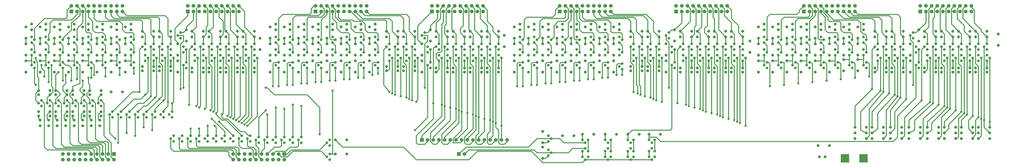
<source format=gbl>
G75*
G70*
%OFA0B0*%
%FSLAX24Y24*%
%IPPOS*%
%LPD*%
%AMOC8*
5,1,8,0,0,1.08239X$1,22.5*
%
%ADD10R,0.1500X0.1500*%
%ADD11C,0.0515*%
%ADD12C,0.0476*%
%ADD13R,0.0650X0.0650*%
%ADD14C,0.0650*%
%ADD15C,0.0160*%
%ADD16C,0.0400*%
D10*
X145517Y004375D03*
X148767Y004375D03*
D11*
X142017Y004625D03*
X141017Y004625D03*
X140767Y006625D03*
X142767Y006625D03*
X147267Y007875D03*
X149267Y007875D03*
X150267Y007875D03*
X152267Y007875D03*
X153517Y007875D03*
X155517Y007875D03*
X156767Y007875D03*
X158767Y007875D03*
X160017Y007875D03*
X162017Y007875D03*
X163017Y007875D03*
X165017Y007875D03*
X166017Y007875D03*
X168017Y007875D03*
X169017Y007875D03*
X171017Y007875D03*
X171017Y008875D03*
X169017Y008875D03*
X168017Y008875D03*
X166017Y008875D03*
X165017Y008875D03*
X165017Y009875D03*
X166017Y009875D03*
X168017Y009875D03*
X169017Y009875D03*
X171017Y009875D03*
X163017Y009875D03*
X162017Y009875D03*
X160017Y009875D03*
X158767Y009875D03*
X156767Y009875D03*
X155517Y009875D03*
X153517Y009875D03*
X152267Y009875D03*
X150267Y009875D03*
X149267Y009875D03*
X149267Y008875D03*
X150267Y008875D03*
X152267Y008875D03*
X153517Y008875D03*
X155517Y008875D03*
X156767Y008875D03*
X158767Y008875D03*
X160017Y008875D03*
X162017Y008875D03*
X163017Y008875D03*
X147267Y008875D03*
X147267Y009875D03*
X113017Y008625D03*
X111017Y008625D03*
X109267Y008625D03*
X107267Y008625D03*
X105267Y008625D03*
X103267Y008625D03*
X101267Y008625D03*
X099267Y008625D03*
X097767Y008375D03*
X095767Y008375D03*
X092267Y009125D03*
X092267Y007125D03*
X092267Y006375D03*
X092267Y004375D03*
X057767Y005125D03*
X055767Y005125D03*
X055767Y007625D03*
X057767Y007625D03*
X018267Y016125D03*
X016267Y016125D03*
X014517Y016375D03*
X012517Y016375D03*
X011517Y016375D03*
X009517Y016375D03*
X008517Y016375D03*
X006517Y016375D03*
X005517Y016375D03*
X003517Y016375D03*
X003517Y015625D03*
X005517Y015625D03*
X006517Y015625D03*
X008517Y015625D03*
X009517Y015625D03*
X011517Y015625D03*
X012517Y015625D03*
X014517Y015625D03*
X014517Y012625D03*
X012517Y012625D03*
X011517Y012625D03*
X009517Y012625D03*
X008517Y012625D03*
X006517Y012625D03*
X005517Y012625D03*
X003517Y012625D03*
X003517Y011875D03*
X005517Y011875D03*
X006517Y011875D03*
X008517Y011875D03*
X009517Y011875D03*
X011517Y011875D03*
X012517Y011875D03*
X014517Y011875D03*
X014267Y011125D03*
X012767Y011125D03*
X011267Y011125D03*
X009767Y011125D03*
X008267Y011125D03*
X006767Y011125D03*
X005267Y011125D03*
X003767Y011125D03*
X003767Y010125D03*
X005267Y010125D03*
X006767Y010125D03*
X008267Y010125D03*
X009767Y010125D03*
X011267Y010125D03*
X012767Y010125D03*
X014267Y010125D03*
X013767Y019625D03*
X011267Y019625D03*
X008767Y019625D03*
X006267Y019625D03*
X003767Y019625D03*
X001267Y019625D03*
X001267Y021625D03*
X003767Y021625D03*
X006267Y021625D03*
X008767Y021625D03*
X011267Y021625D03*
X013767Y021625D03*
X016267Y021625D03*
X018767Y021625D03*
X021767Y020625D03*
X023767Y020625D03*
X024767Y020625D03*
X026767Y020625D03*
X028017Y021625D03*
X028017Y022625D03*
X018767Y022625D03*
X016267Y022625D03*
X013767Y022625D03*
X011267Y022625D03*
X008767Y022625D03*
X006267Y022625D03*
X003767Y022625D03*
X001267Y022625D03*
X001267Y024625D03*
X003767Y024625D03*
X006267Y024625D03*
X008767Y024625D03*
X011267Y024625D03*
X013767Y024625D03*
X016267Y024625D03*
X018767Y024625D03*
X018767Y025625D03*
X016267Y025625D03*
X013767Y025625D03*
X011267Y025625D03*
X008767Y025625D03*
X006267Y025625D03*
X003767Y025625D03*
X001267Y025625D03*
X002267Y027125D03*
X001267Y027625D03*
X002267Y028125D03*
X004767Y028125D03*
X003767Y027625D03*
X004767Y027125D03*
X006267Y027625D03*
X007267Y027125D03*
X008767Y027625D03*
X009767Y027125D03*
X011267Y027625D03*
X012267Y027125D03*
X013767Y027625D03*
X014767Y027125D03*
X016267Y027625D03*
X017267Y027125D03*
X018767Y027625D03*
X019767Y027125D03*
X021767Y026875D03*
X023767Y026875D03*
X024767Y026875D03*
X026767Y026875D03*
X029517Y027125D03*
X030517Y026875D03*
X032517Y026875D03*
X033517Y026875D03*
X035517Y026875D03*
X036517Y026875D03*
X038517Y026875D03*
X039517Y026875D03*
X041517Y026875D03*
X044267Y027625D03*
X045267Y027125D03*
X046767Y027625D03*
X047767Y027125D03*
X049267Y027625D03*
X050267Y027125D03*
X051767Y027625D03*
X052767Y027125D03*
X054267Y027625D03*
X055267Y027125D03*
X056767Y027625D03*
X057767Y027125D03*
X059267Y027625D03*
X060267Y027125D03*
X061767Y027625D03*
X062767Y027125D03*
X064767Y026875D03*
X066767Y026875D03*
X067767Y026875D03*
X069767Y026875D03*
X072517Y027125D03*
X073517Y026875D03*
X075517Y026875D03*
X076517Y026875D03*
X078517Y026875D03*
X079517Y026875D03*
X081517Y026875D03*
X082517Y026875D03*
X084517Y026875D03*
X085517Y026125D03*
X084517Y025875D03*
X082517Y025875D03*
X081517Y025875D03*
X079517Y025875D03*
X078517Y025875D03*
X076517Y025875D03*
X075517Y025875D03*
X073517Y025875D03*
X072517Y025125D03*
X071017Y024625D03*
X069767Y025875D03*
X067767Y025875D03*
X066767Y025875D03*
X064767Y025875D03*
X061767Y025625D03*
X059267Y025625D03*
X056767Y025625D03*
X054267Y025625D03*
X051767Y025625D03*
X049267Y025625D03*
X046767Y025625D03*
X044267Y025625D03*
X042517Y025625D03*
X041517Y025875D03*
X039517Y025875D03*
X038517Y025875D03*
X036517Y025875D03*
X035517Y025875D03*
X033517Y025875D03*
X032517Y025875D03*
X030517Y025875D03*
X029517Y025125D03*
X028017Y024625D03*
X026767Y025875D03*
X024767Y025875D03*
X023767Y025875D03*
X021767Y025875D03*
X019767Y028125D03*
X017267Y028125D03*
X014767Y028125D03*
X012267Y028125D03*
X009767Y028125D03*
X007267Y028125D03*
X042517Y023625D03*
X044267Y022625D03*
X046767Y022625D03*
X049267Y022625D03*
X051767Y022625D03*
X054267Y022625D03*
X056767Y022625D03*
X059267Y022625D03*
X061767Y022625D03*
X061767Y021625D03*
X059267Y021625D03*
X056767Y021625D03*
X054267Y021625D03*
X051767Y021625D03*
X049267Y021625D03*
X046767Y021625D03*
X044267Y021625D03*
X041517Y020375D03*
X039517Y020375D03*
X038517Y020375D03*
X036517Y020375D03*
X035517Y020375D03*
X033517Y020375D03*
X032517Y020375D03*
X030517Y020375D03*
X030517Y019625D03*
X032517Y019625D03*
X033517Y019625D03*
X035517Y019625D03*
X036517Y019625D03*
X038517Y019625D03*
X039517Y019625D03*
X041517Y019625D03*
X044267Y019625D03*
X046767Y019625D03*
X049267Y019625D03*
X051767Y019625D03*
X054267Y019625D03*
X056767Y019625D03*
X059267Y019625D03*
X061767Y019625D03*
X064767Y019875D03*
X066767Y019875D03*
X067767Y019875D03*
X069767Y019875D03*
X071017Y019625D03*
X073517Y019625D03*
X073517Y020375D03*
X075517Y020375D03*
X076517Y020375D03*
X078517Y020375D03*
X079517Y020375D03*
X081517Y020375D03*
X082517Y020375D03*
X084517Y020375D03*
X084517Y019625D03*
X082517Y019625D03*
X081517Y019625D03*
X079517Y019625D03*
X078517Y019625D03*
X076517Y019625D03*
X075517Y019625D03*
X069767Y020625D03*
X067767Y020625D03*
X066767Y020625D03*
X064767Y020625D03*
X071017Y021625D03*
X071017Y022625D03*
X061767Y024625D03*
X059267Y024625D03*
X056767Y024625D03*
X054267Y024625D03*
X051767Y024625D03*
X049267Y024625D03*
X046767Y024625D03*
X044267Y024625D03*
X045267Y028125D03*
X047767Y028125D03*
X050267Y028125D03*
X052767Y028125D03*
X055267Y028125D03*
X057767Y028125D03*
X060267Y028125D03*
X062767Y028125D03*
X085517Y024125D03*
X087267Y024625D03*
X089767Y024625D03*
X092267Y024625D03*
X094767Y024625D03*
X097267Y024625D03*
X099767Y024625D03*
X102267Y024625D03*
X104767Y024625D03*
X104767Y025625D03*
X102267Y025625D03*
X099767Y025625D03*
X097267Y025625D03*
X094767Y025625D03*
X092267Y025625D03*
X089767Y025625D03*
X087267Y025625D03*
X088267Y027125D03*
X087267Y027625D03*
X088267Y028125D03*
X090767Y028125D03*
X089767Y027625D03*
X090767Y027125D03*
X092267Y027625D03*
X093267Y027125D03*
X094767Y027625D03*
X095767Y027125D03*
X097267Y027625D03*
X098267Y027125D03*
X099767Y027625D03*
X100767Y027125D03*
X102267Y027625D03*
X103267Y027125D03*
X104767Y027625D03*
X105767Y027125D03*
X107767Y026875D03*
X109767Y026875D03*
X110767Y026875D03*
X112767Y026875D03*
X115517Y027125D03*
X116517Y026875D03*
X118517Y026875D03*
X119517Y026875D03*
X121517Y026875D03*
X122517Y026875D03*
X124517Y026875D03*
X125517Y026875D03*
X127517Y026875D03*
X130267Y027625D03*
X131267Y027125D03*
X132767Y027625D03*
X133767Y027125D03*
X135267Y027625D03*
X136267Y027125D03*
X137767Y027625D03*
X138767Y027125D03*
X140267Y027625D03*
X141267Y027125D03*
X142767Y027625D03*
X143767Y027125D03*
X145267Y027625D03*
X146267Y027125D03*
X147767Y027625D03*
X148767Y027125D03*
X150767Y026875D03*
X152767Y026875D03*
X153767Y026875D03*
X155767Y026875D03*
X158517Y027125D03*
X159517Y026875D03*
X161517Y026875D03*
X162517Y026875D03*
X164517Y026875D03*
X165517Y026875D03*
X167517Y026875D03*
X168517Y026875D03*
X170517Y026875D03*
X172517Y026375D03*
X170517Y025875D03*
X168517Y025875D03*
X167517Y025875D03*
X165517Y025875D03*
X164517Y025875D03*
X162517Y025875D03*
X161517Y025875D03*
X159517Y025875D03*
X158517Y025125D03*
X157017Y024625D03*
X155767Y025875D03*
X153767Y025875D03*
X152767Y025875D03*
X150767Y025875D03*
X147767Y025625D03*
X145267Y025625D03*
X142767Y025625D03*
X140267Y025625D03*
X137767Y025625D03*
X135267Y025625D03*
X132767Y025625D03*
X130267Y025625D03*
X128767Y025125D03*
X130267Y024625D03*
X132767Y024625D03*
X135267Y024625D03*
X137767Y024625D03*
X140267Y024625D03*
X142767Y024625D03*
X145267Y024625D03*
X147767Y024625D03*
X147767Y022625D03*
X147767Y021875D03*
X145267Y021875D03*
X142767Y021625D03*
X140267Y021625D03*
X137767Y021625D03*
X135267Y021625D03*
X132767Y021625D03*
X130267Y021625D03*
X130267Y022625D03*
X132767Y022625D03*
X135267Y022625D03*
X137767Y022625D03*
X140267Y022625D03*
X142767Y022625D03*
X145267Y022625D03*
X150767Y020375D03*
X150767Y019625D03*
X147767Y019875D03*
X145267Y019875D03*
X142767Y019625D03*
X140267Y019625D03*
X137767Y019625D03*
X135267Y019625D03*
X132767Y019625D03*
X130267Y019625D03*
X127517Y019625D03*
X125517Y019625D03*
X124517Y019625D03*
X122517Y019625D03*
X121517Y019625D03*
X119517Y019625D03*
X118517Y019625D03*
X116517Y019625D03*
X114017Y019625D03*
X112767Y019875D03*
X110767Y019875D03*
X109767Y019875D03*
X107767Y019875D03*
X104767Y019625D03*
X102267Y019625D03*
X099767Y019625D03*
X097267Y019625D03*
X094767Y019625D03*
X092267Y019625D03*
X089767Y019625D03*
X087267Y019625D03*
X087267Y021625D03*
X089767Y021625D03*
X092267Y021625D03*
X094767Y021625D03*
X097267Y021625D03*
X099767Y021625D03*
X102267Y021625D03*
X104767Y021625D03*
X107767Y020625D03*
X109767Y020625D03*
X110767Y020625D03*
X112767Y020625D03*
X114017Y021625D03*
X114017Y022625D03*
X114017Y024625D03*
X115517Y025125D03*
X116517Y025875D03*
X118517Y025875D03*
X119517Y025875D03*
X121517Y025875D03*
X122517Y025875D03*
X124517Y025875D03*
X125517Y025875D03*
X127517Y025875D03*
X128767Y023125D03*
X127517Y020375D03*
X125517Y020375D03*
X124517Y020375D03*
X122517Y020375D03*
X121517Y020375D03*
X119517Y020375D03*
X118517Y020375D03*
X116517Y020375D03*
X104767Y022625D03*
X102267Y022625D03*
X099767Y022625D03*
X097267Y022625D03*
X094767Y022625D03*
X092267Y022625D03*
X089767Y022625D03*
X087267Y022625D03*
X107767Y025875D03*
X109767Y025875D03*
X110767Y025875D03*
X112767Y025875D03*
X105767Y028125D03*
X103267Y028125D03*
X100767Y028125D03*
X098267Y028125D03*
X095767Y028125D03*
X093267Y028125D03*
X131267Y028125D03*
X133767Y028125D03*
X136267Y028125D03*
X138767Y028125D03*
X141267Y028125D03*
X143767Y028125D03*
X146267Y028125D03*
X148767Y028125D03*
X172517Y024375D03*
X157017Y022625D03*
X157017Y021625D03*
X155767Y020375D03*
X153767Y020375D03*
X152767Y020375D03*
X152767Y019625D03*
X153767Y019625D03*
X155767Y019625D03*
X157017Y019625D03*
X159517Y019625D03*
X159517Y020375D03*
X161517Y020375D03*
X162517Y020375D03*
X164517Y020375D03*
X165517Y020375D03*
X167517Y020375D03*
X168517Y020375D03*
X170517Y020375D03*
X170517Y019625D03*
X168517Y019625D03*
X167517Y019625D03*
X165517Y019625D03*
X164517Y019625D03*
X162517Y019625D03*
X161517Y019625D03*
X028017Y019625D03*
X026767Y019875D03*
X024767Y019875D03*
X023767Y019875D03*
X021767Y019875D03*
X018767Y019625D03*
X016267Y019625D03*
D12*
X015267Y020375D03*
X014767Y020875D03*
X012767Y020375D03*
X012267Y020875D03*
X010267Y020375D03*
X009767Y020875D03*
X007767Y020375D03*
X007267Y020875D03*
X005267Y020375D03*
X004767Y020875D03*
X002767Y020375D03*
X002267Y020875D03*
X002767Y021375D03*
X005267Y021375D03*
X007767Y021375D03*
X010267Y021375D03*
X012767Y021375D03*
X015267Y021375D03*
X017267Y020875D03*
X017767Y020375D03*
X019767Y020875D03*
X020267Y020375D03*
X020267Y021375D03*
X022267Y021625D03*
X023767Y021625D03*
X025267Y021625D03*
X026767Y021625D03*
X029517Y021375D03*
X031017Y021625D03*
X032517Y021625D03*
X034017Y021625D03*
X035517Y021625D03*
X037017Y021625D03*
X038517Y021625D03*
X040017Y021625D03*
X041517Y021625D03*
X042017Y022125D03*
X041517Y022625D03*
X040517Y022125D03*
X040017Y022625D03*
X039017Y022125D03*
X038517Y022625D03*
X037517Y022125D03*
X037017Y022625D03*
X036017Y022125D03*
X035517Y022625D03*
X034517Y022125D03*
X034017Y022625D03*
X033017Y022125D03*
X032517Y022625D03*
X031517Y022125D03*
X031017Y022625D03*
X029017Y023125D03*
X029517Y023625D03*
X029017Y024125D03*
X030517Y024125D03*
X031017Y023625D03*
X032017Y024125D03*
X032517Y023625D03*
X033517Y024125D03*
X034017Y023625D03*
X035017Y024125D03*
X035517Y023625D03*
X036517Y024125D03*
X037017Y023625D03*
X038017Y024125D03*
X038517Y023625D03*
X039517Y024125D03*
X040017Y023625D03*
X041017Y024125D03*
X041517Y023625D03*
X045267Y023625D03*
X045767Y023125D03*
X047767Y023625D03*
X048267Y023125D03*
X050267Y023625D03*
X050767Y023125D03*
X050267Y022625D03*
X047767Y022625D03*
X045267Y022625D03*
X045767Y021375D03*
X048267Y021375D03*
X050767Y021375D03*
X050267Y020875D03*
X050767Y020375D03*
X048267Y020375D03*
X047767Y020875D03*
X045767Y020375D03*
X045267Y020875D03*
X052767Y020875D03*
X053267Y020375D03*
X055267Y020875D03*
X055767Y020375D03*
X057767Y020875D03*
X058267Y020375D03*
X060267Y020875D03*
X060767Y020375D03*
X062767Y020875D03*
X063267Y020375D03*
X063267Y021375D03*
X065267Y021625D03*
X066767Y021625D03*
X068267Y021625D03*
X069767Y021625D03*
X070267Y022125D03*
X069767Y022625D03*
X068767Y022125D03*
X068267Y022625D03*
X067267Y022125D03*
X066767Y022625D03*
X065767Y022125D03*
X065267Y022625D03*
X063267Y023125D03*
X062767Y023625D03*
X064767Y024125D03*
X065267Y023625D03*
X066267Y024125D03*
X066767Y023625D03*
X067767Y024125D03*
X068267Y023625D03*
X069267Y024125D03*
X069767Y023625D03*
X072017Y023125D03*
X072517Y023625D03*
X072017Y024125D03*
X073517Y024125D03*
X074017Y023625D03*
X075017Y024125D03*
X075517Y023625D03*
X076517Y024125D03*
X077017Y023625D03*
X078017Y024125D03*
X078517Y023625D03*
X079517Y024125D03*
X080017Y023625D03*
X081017Y024125D03*
X081517Y023625D03*
X082517Y024125D03*
X083017Y023625D03*
X084017Y024125D03*
X084517Y023625D03*
X088267Y023625D03*
X088767Y023125D03*
X090767Y023625D03*
X091267Y023125D03*
X093267Y023625D03*
X093767Y023125D03*
X095767Y023625D03*
X096267Y023125D03*
X095767Y022625D03*
X093267Y022625D03*
X090767Y022625D03*
X088267Y022625D03*
X085017Y022125D03*
X084517Y022625D03*
X083517Y022125D03*
X083017Y022625D03*
X082017Y022125D03*
X081517Y022625D03*
X080517Y022125D03*
X080017Y022625D03*
X079017Y022125D03*
X078517Y022625D03*
X077517Y022125D03*
X077017Y022625D03*
X076017Y022125D03*
X075517Y022625D03*
X074517Y022125D03*
X074017Y022625D03*
X074017Y021625D03*
X075517Y021625D03*
X077017Y021625D03*
X078517Y021625D03*
X080017Y021625D03*
X081517Y021625D03*
X083017Y021625D03*
X084517Y021625D03*
X088267Y020875D03*
X088767Y020375D03*
X090767Y020875D03*
X091267Y020375D03*
X093267Y020875D03*
X093767Y020375D03*
X095767Y020875D03*
X096267Y020375D03*
X098267Y020875D03*
X098767Y020375D03*
X100767Y020875D03*
X101267Y020375D03*
X103267Y020875D03*
X103767Y020375D03*
X105767Y020625D03*
X106267Y021125D03*
X108267Y021625D03*
X109767Y021625D03*
X111267Y021625D03*
X112767Y021625D03*
X115517Y021375D03*
X117017Y021625D03*
X118517Y021625D03*
X120017Y021625D03*
X121517Y021625D03*
X123017Y021625D03*
X124517Y021625D03*
X126017Y021625D03*
X127517Y021625D03*
X128017Y022125D03*
X127517Y022625D03*
X126517Y022125D03*
X126017Y022625D03*
X125017Y022125D03*
X124517Y022625D03*
X123517Y022125D03*
X123017Y022625D03*
X122017Y022125D03*
X121517Y022625D03*
X120517Y022125D03*
X120017Y022625D03*
X119017Y022125D03*
X118517Y022625D03*
X117517Y022125D03*
X117017Y022625D03*
X115017Y023125D03*
X115517Y023625D03*
X115017Y024125D03*
X116517Y024125D03*
X117017Y023625D03*
X118017Y024125D03*
X118517Y023625D03*
X119517Y024125D03*
X120017Y023625D03*
X121017Y024125D03*
X121517Y023625D03*
X122517Y024125D03*
X123017Y023625D03*
X124017Y024125D03*
X124517Y023625D03*
X125517Y024125D03*
X126017Y023625D03*
X127017Y024125D03*
X127517Y023625D03*
X131267Y023625D03*
X131767Y023125D03*
X133767Y023625D03*
X134267Y023125D03*
X136267Y023625D03*
X136767Y023125D03*
X136267Y022625D03*
X133767Y022625D03*
X131267Y022625D03*
X131767Y021375D03*
X134267Y021375D03*
X136767Y021375D03*
X136267Y020875D03*
X136767Y020375D03*
X134267Y020375D03*
X133767Y020875D03*
X131767Y020375D03*
X131267Y020875D03*
X138767Y020875D03*
X139267Y020375D03*
X141267Y020875D03*
X141767Y020375D03*
X143767Y020875D03*
X144267Y020375D03*
X146267Y020875D03*
X146767Y020375D03*
X148767Y020875D03*
X149267Y020375D03*
X149267Y021375D03*
X151267Y021625D03*
X152767Y021625D03*
X154267Y021625D03*
X155767Y021625D03*
X156267Y022125D03*
X155767Y022625D03*
X154767Y022125D03*
X154267Y022625D03*
X153267Y022125D03*
X152767Y022625D03*
X151767Y022125D03*
X151267Y022625D03*
X149267Y023125D03*
X148767Y023625D03*
X150767Y024125D03*
X151267Y023625D03*
X152267Y024125D03*
X152767Y023625D03*
X153767Y024125D03*
X154267Y023625D03*
X155267Y024125D03*
X155767Y023625D03*
X158017Y023125D03*
X158517Y023625D03*
X158017Y024125D03*
X159517Y024125D03*
X160017Y023625D03*
X161017Y024125D03*
X161517Y023625D03*
X162517Y024125D03*
X163017Y023625D03*
X164017Y024125D03*
X164517Y023625D03*
X165517Y024125D03*
X166017Y023625D03*
X167017Y024125D03*
X167517Y023625D03*
X168517Y024125D03*
X169017Y023625D03*
X170017Y024125D03*
X170517Y023625D03*
X170517Y022625D03*
X171017Y022125D03*
X169517Y022125D03*
X169017Y022625D03*
X168017Y022125D03*
X167517Y022625D03*
X166517Y022125D03*
X166017Y022625D03*
X165017Y022125D03*
X164517Y022625D03*
X163517Y022125D03*
X163017Y022625D03*
X162017Y022125D03*
X161517Y022625D03*
X160517Y022125D03*
X160017Y022625D03*
X160017Y021625D03*
X161517Y021625D03*
X163017Y021625D03*
X164517Y021625D03*
X166017Y021625D03*
X167517Y021625D03*
X169017Y021625D03*
X170517Y021625D03*
X158517Y021375D03*
X158017Y020875D03*
X158517Y020375D03*
X148767Y022625D03*
X146267Y022625D03*
X146767Y023125D03*
X146267Y023625D03*
X144267Y023125D03*
X143767Y023625D03*
X141767Y023125D03*
X141267Y023625D03*
X139267Y023125D03*
X138767Y023625D03*
X138767Y022625D03*
X141267Y022625D03*
X143767Y022625D03*
X144267Y021375D03*
X146767Y021375D03*
X141767Y021375D03*
X139267Y021375D03*
X127517Y024625D03*
X126017Y024625D03*
X124517Y024625D03*
X123017Y024625D03*
X121517Y024625D03*
X120017Y024625D03*
X118517Y024625D03*
X117017Y024625D03*
X112767Y024625D03*
X111267Y024625D03*
X109767Y024625D03*
X108267Y024625D03*
X105767Y024875D03*
X106267Y025375D03*
X105767Y025875D03*
X103767Y025375D03*
X103267Y024875D03*
X101267Y025375D03*
X100767Y024875D03*
X098767Y025375D03*
X098267Y024875D03*
X098267Y025875D03*
X100767Y025875D03*
X103267Y025875D03*
X096267Y025375D03*
X095767Y024875D03*
X093767Y025375D03*
X093267Y024875D03*
X091267Y025375D03*
X090767Y024875D03*
X088767Y025375D03*
X088267Y024875D03*
X088267Y025875D03*
X090767Y025875D03*
X093267Y025875D03*
X095767Y025875D03*
X098267Y023625D03*
X098767Y023125D03*
X100767Y023625D03*
X101267Y023125D03*
X103267Y023625D03*
X103767Y023125D03*
X105767Y023625D03*
X106267Y023125D03*
X108267Y023625D03*
X107767Y024125D03*
X109267Y024125D03*
X109767Y023625D03*
X110767Y024125D03*
X111267Y023625D03*
X112267Y024125D03*
X112767Y023625D03*
X112767Y022625D03*
X113267Y022125D03*
X111767Y022125D03*
X111267Y022625D03*
X110267Y022125D03*
X109767Y022625D03*
X108767Y022125D03*
X108267Y022625D03*
X105767Y022625D03*
X103267Y022625D03*
X100767Y022625D03*
X098267Y022625D03*
X098767Y021375D03*
X101267Y021375D03*
X103767Y021375D03*
X106267Y020125D03*
X115017Y020875D03*
X115517Y020375D03*
X096267Y021375D03*
X093767Y021375D03*
X091267Y021375D03*
X088767Y021375D03*
X084517Y024625D03*
X083017Y024625D03*
X081517Y024625D03*
X080017Y024625D03*
X078517Y024625D03*
X077017Y024625D03*
X075517Y024625D03*
X074017Y024625D03*
X071517Y025625D03*
X071017Y026125D03*
X071517Y026625D03*
X063267Y025375D03*
X062767Y024875D03*
X060767Y025375D03*
X060267Y024875D03*
X058267Y025375D03*
X057767Y024875D03*
X055767Y025375D03*
X055267Y024875D03*
X053267Y025375D03*
X052767Y024875D03*
X052767Y025875D03*
X055267Y025875D03*
X057767Y025875D03*
X060267Y025875D03*
X062767Y025875D03*
X065267Y024625D03*
X066767Y024625D03*
X068267Y024625D03*
X069767Y024625D03*
X060767Y023125D03*
X060267Y023625D03*
X058267Y023125D03*
X057767Y023625D03*
X055767Y023125D03*
X055267Y023625D03*
X053267Y023125D03*
X052767Y023625D03*
X052767Y022625D03*
X055267Y022625D03*
X057767Y022625D03*
X060267Y022625D03*
X062767Y022625D03*
X060767Y021375D03*
X058267Y021375D03*
X055767Y021375D03*
X053267Y021375D03*
X041517Y024625D03*
X040017Y024625D03*
X038517Y024625D03*
X037017Y024625D03*
X035517Y024625D03*
X034017Y024625D03*
X032517Y024625D03*
X031017Y024625D03*
X026767Y024625D03*
X025267Y024625D03*
X023767Y024625D03*
X022267Y024625D03*
X019767Y024875D03*
X020267Y025375D03*
X019767Y025875D03*
X017767Y025375D03*
X017267Y024875D03*
X015267Y025375D03*
X014767Y024875D03*
X012767Y025375D03*
X012267Y024875D03*
X010267Y025375D03*
X009767Y024875D03*
X007767Y025375D03*
X007267Y024875D03*
X005267Y025375D03*
X004767Y024875D03*
X002767Y025375D03*
X002267Y024875D03*
X002267Y025875D03*
X004767Y025875D03*
X007267Y025875D03*
X009767Y025875D03*
X012267Y025875D03*
X014767Y025875D03*
X017267Y025875D03*
X021767Y024125D03*
X022267Y023625D03*
X023267Y024125D03*
X023767Y023625D03*
X024767Y024125D03*
X025267Y023625D03*
X026267Y024125D03*
X026767Y023625D03*
X026767Y022625D03*
X027267Y022125D03*
X025767Y022125D03*
X025267Y022625D03*
X024267Y022125D03*
X023767Y022625D03*
X022767Y022125D03*
X022267Y022625D03*
X019767Y022625D03*
X020267Y023125D03*
X019767Y023625D03*
X017767Y023125D03*
X017267Y023625D03*
X015267Y023125D03*
X014767Y023625D03*
X012767Y023125D03*
X012267Y023625D03*
X010267Y023125D03*
X009767Y023625D03*
X007767Y023125D03*
X007267Y023625D03*
X005267Y023125D03*
X004767Y023625D03*
X002767Y023125D03*
X002267Y023625D03*
X002267Y022625D03*
X004767Y022625D03*
X007267Y022625D03*
X009767Y022625D03*
X012267Y022625D03*
X014767Y022625D03*
X017267Y022625D03*
X017767Y021375D03*
X029017Y020875D03*
X029517Y020375D03*
X045267Y024875D03*
X045767Y025375D03*
X045267Y025875D03*
X047767Y025875D03*
X048267Y025375D03*
X047767Y024875D03*
X050267Y024875D03*
X050767Y025375D03*
X050267Y025875D03*
X028517Y025625D03*
X028017Y026125D03*
X028517Y026625D03*
X072017Y020875D03*
X072517Y020375D03*
X072517Y021375D03*
X114017Y026125D03*
X114517Y025625D03*
X114517Y026625D03*
X131267Y025875D03*
X131767Y025375D03*
X131267Y024875D03*
X133767Y024875D03*
X134267Y025375D03*
X133767Y025875D03*
X136267Y025875D03*
X136767Y025375D03*
X136267Y024875D03*
X138767Y024875D03*
X139267Y025375D03*
X138767Y025875D03*
X141267Y025875D03*
X141767Y025375D03*
X141267Y024875D03*
X143767Y024875D03*
X144267Y025375D03*
X143767Y025875D03*
X146267Y025875D03*
X146767Y025375D03*
X146267Y024875D03*
X148767Y024875D03*
X149267Y025375D03*
X148767Y025875D03*
X151267Y024625D03*
X152767Y024625D03*
X154267Y024625D03*
X155767Y024625D03*
X157517Y025625D03*
X157017Y026125D03*
X157517Y026625D03*
X160017Y024625D03*
X161517Y024625D03*
X163017Y024625D03*
X164517Y024625D03*
X166017Y024625D03*
X167517Y024625D03*
X169017Y024625D03*
X170517Y024625D03*
X093267Y008375D03*
X093767Y007875D03*
X093267Y007375D03*
X099267Y007625D03*
X099767Y007125D03*
X100267Y007625D03*
X103267Y007625D03*
X103767Y007125D03*
X104267Y007625D03*
X107267Y007625D03*
X107767Y007125D03*
X108267Y007625D03*
X111017Y007625D03*
X111517Y007125D03*
X112017Y007625D03*
X111517Y006125D03*
X112017Y005625D03*
X111017Y005625D03*
X111017Y004625D03*
X112017Y004625D03*
X111517Y004125D03*
X108267Y004625D03*
X107267Y004625D03*
X107767Y004125D03*
X104267Y004625D03*
X103267Y004625D03*
X100267Y004625D03*
X099267Y004625D03*
X099767Y004125D03*
X103767Y004125D03*
X104267Y005625D03*
X103267Y005625D03*
X100267Y005625D03*
X099267Y005625D03*
X099767Y006125D03*
X103767Y006125D03*
X107267Y005625D03*
X108267Y005625D03*
X107767Y006125D03*
X093767Y005375D03*
X093267Y005875D03*
X093267Y004875D03*
X054767Y005125D03*
X054267Y004625D03*
X054767Y004125D03*
X054767Y006625D03*
X054267Y007125D03*
X054767Y007625D03*
X049767Y007125D03*
X049267Y007625D03*
X049767Y008125D03*
X048267Y008125D03*
X047767Y007625D03*
X048267Y007125D03*
X046767Y007125D03*
X046267Y007625D03*
X046767Y008125D03*
X045267Y008125D03*
X044767Y007625D03*
X045267Y007125D03*
X043767Y007125D03*
X043267Y007625D03*
X043767Y008125D03*
X042267Y008125D03*
X041767Y007625D03*
X042267Y007125D03*
X040767Y007375D03*
X039267Y007375D03*
X037767Y007375D03*
X036267Y007375D03*
X034767Y007375D03*
X033267Y007375D03*
X031767Y007375D03*
X030267Y007375D03*
X028767Y007375D03*
X027267Y007375D03*
X026767Y007875D03*
X027267Y008375D03*
X028267Y007875D03*
X028767Y008375D03*
X029767Y007875D03*
X030267Y008375D03*
X031267Y007875D03*
X031767Y008375D03*
X032767Y007875D03*
X033267Y008375D03*
X034267Y007875D03*
X034767Y008375D03*
X035767Y007875D03*
X036267Y008375D03*
X037267Y007875D03*
X037767Y008375D03*
X038767Y007875D03*
X039267Y008375D03*
X040267Y007875D03*
X040767Y008375D03*
X027017Y011625D03*
X025517Y011625D03*
X024017Y011625D03*
X022517Y011625D03*
X021017Y011625D03*
X019517Y011625D03*
X018017Y011625D03*
X016517Y011625D03*
X016017Y012125D03*
X016517Y012625D03*
X017517Y012125D03*
X018017Y012625D03*
X019017Y012125D03*
X019517Y012625D03*
X020517Y012125D03*
X021017Y012625D03*
X022017Y012125D03*
X022517Y012625D03*
X023517Y012125D03*
X024017Y012625D03*
X025017Y012125D03*
X025517Y012625D03*
X026517Y012125D03*
X027017Y012625D03*
X014517Y013625D03*
X014017Y014125D03*
X013017Y013625D03*
X012517Y014125D03*
X011517Y013625D03*
X011017Y014125D03*
X010017Y013625D03*
X009517Y014125D03*
X008517Y013625D03*
X008017Y014125D03*
X007017Y013625D03*
X006517Y014125D03*
X005517Y013625D03*
X005017Y014125D03*
X004017Y013625D03*
X003517Y014125D03*
X004017Y014625D03*
X005517Y014625D03*
X007017Y014625D03*
X008517Y014625D03*
X010017Y014625D03*
X011517Y014625D03*
X013017Y014625D03*
X014517Y014625D03*
D13*
X016767Y005125D03*
X046767Y005125D03*
X071017Y007625D03*
X077517Y005125D03*
X072767Y030375D03*
X052267Y030375D03*
X029767Y030375D03*
X009267Y030375D03*
X095267Y030375D03*
X115767Y030375D03*
X138267Y030375D03*
X158767Y030375D03*
D14*
X007767Y004125D03*
X008767Y004125D03*
X009767Y004125D03*
X010767Y004125D03*
X011767Y004125D03*
X012767Y004125D03*
X013767Y004125D03*
X014767Y004125D03*
X015767Y004125D03*
X016767Y004125D03*
X015767Y005125D03*
X014767Y005125D03*
X013767Y005125D03*
X012767Y005125D03*
X011767Y005125D03*
X010767Y005125D03*
X009767Y005125D03*
X008767Y005125D03*
X007767Y005125D03*
X037767Y005125D03*
X038767Y005125D03*
X039767Y005125D03*
X040767Y005125D03*
X041767Y005125D03*
X042767Y005125D03*
X043767Y005125D03*
X044767Y005125D03*
X045767Y005125D03*
X045767Y004125D03*
X046767Y004125D03*
X044767Y004125D03*
X043767Y004125D03*
X042767Y004125D03*
X041767Y004125D03*
X040767Y004125D03*
X039767Y004125D03*
X038767Y004125D03*
X037767Y004125D03*
X072017Y007625D03*
X073017Y007625D03*
X074017Y007625D03*
X075017Y007625D03*
X076017Y007625D03*
X077017Y007625D03*
X078017Y007625D03*
X079017Y007625D03*
X080017Y007625D03*
X081017Y007625D03*
X082017Y007625D03*
X083017Y007625D03*
X084017Y007625D03*
X085017Y007625D03*
X086017Y007625D03*
X078517Y005125D03*
X078767Y030375D03*
X079767Y030375D03*
X080767Y030375D03*
X081767Y030375D03*
X077767Y030375D03*
X076767Y030375D03*
X075767Y030375D03*
X074767Y030375D03*
X073767Y030375D03*
X073767Y031375D03*
X074767Y031375D03*
X075767Y031375D03*
X076767Y031375D03*
X077767Y031375D03*
X078767Y031375D03*
X079767Y031375D03*
X080767Y031375D03*
X081767Y031375D03*
X072767Y031375D03*
X061267Y031375D03*
X060267Y031375D03*
X059267Y031375D03*
X058267Y031375D03*
X057267Y031375D03*
X056267Y031375D03*
X055267Y031375D03*
X054267Y031375D03*
X053267Y031375D03*
X052267Y031375D03*
X053267Y030375D03*
X054267Y030375D03*
X055267Y030375D03*
X056267Y030375D03*
X057267Y030375D03*
X058267Y030375D03*
X059267Y030375D03*
X060267Y030375D03*
X061267Y030375D03*
X038767Y030375D03*
X037767Y030375D03*
X036767Y030375D03*
X035767Y030375D03*
X034767Y030375D03*
X033767Y030375D03*
X032767Y030375D03*
X031767Y030375D03*
X030767Y030375D03*
X030767Y031375D03*
X031767Y031375D03*
X032767Y031375D03*
X033767Y031375D03*
X034767Y031375D03*
X035767Y031375D03*
X036767Y031375D03*
X037767Y031375D03*
X038767Y031375D03*
X029767Y031375D03*
X018267Y031375D03*
X017267Y031375D03*
X016267Y031375D03*
X015267Y031375D03*
X014267Y031375D03*
X013267Y031375D03*
X012267Y031375D03*
X011267Y031375D03*
X010267Y031375D03*
X009267Y031375D03*
X010267Y030375D03*
X011267Y030375D03*
X012267Y030375D03*
X013267Y030375D03*
X014267Y030375D03*
X015267Y030375D03*
X016267Y030375D03*
X017267Y030375D03*
X018267Y030375D03*
X095267Y031375D03*
X096267Y031375D03*
X097267Y031375D03*
X098267Y031375D03*
X099267Y031375D03*
X100267Y031375D03*
X101267Y031375D03*
X102267Y031375D03*
X103267Y031375D03*
X104267Y031375D03*
X104267Y030375D03*
X103267Y030375D03*
X102267Y030375D03*
X101267Y030375D03*
X100267Y030375D03*
X099267Y030375D03*
X098267Y030375D03*
X097267Y030375D03*
X096267Y030375D03*
X115767Y031375D03*
X116767Y031375D03*
X117767Y031375D03*
X118767Y031375D03*
X119767Y031375D03*
X120767Y031375D03*
X121767Y031375D03*
X122767Y031375D03*
X123767Y031375D03*
X124767Y031375D03*
X124767Y030375D03*
X123767Y030375D03*
X122767Y030375D03*
X121767Y030375D03*
X120767Y030375D03*
X119767Y030375D03*
X118767Y030375D03*
X117767Y030375D03*
X116767Y030375D03*
X138267Y031375D03*
X139267Y031375D03*
X140267Y031375D03*
X141267Y031375D03*
X142267Y031375D03*
X143267Y031375D03*
X144267Y031375D03*
X145267Y031375D03*
X146267Y031375D03*
X147267Y031375D03*
X147267Y030375D03*
X146267Y030375D03*
X145267Y030375D03*
X144267Y030375D03*
X143267Y030375D03*
X142267Y030375D03*
X141267Y030375D03*
X140267Y030375D03*
X139267Y030375D03*
X158767Y031375D03*
X159767Y031375D03*
X160767Y031375D03*
X161767Y031375D03*
X162767Y031375D03*
X163767Y031375D03*
X164767Y031375D03*
X165767Y031375D03*
X166767Y031375D03*
X167767Y031375D03*
X167767Y030375D03*
X166767Y030375D03*
X165767Y030375D03*
X164767Y030375D03*
X163767Y030375D03*
X162767Y030375D03*
X161767Y030375D03*
X160767Y030375D03*
X159767Y030375D03*
D15*
X159767Y028375D01*
X158517Y027125D01*
X158017Y026625D01*
X157517Y026625D01*
X155767Y025875D02*
X155267Y026375D01*
X155267Y029375D01*
X154767Y029875D01*
X147767Y029875D01*
X147267Y030375D01*
X147017Y029625D02*
X146267Y030375D01*
X145267Y030375D02*
X146267Y029375D01*
X151517Y029375D01*
X152017Y028875D01*
X152017Y026625D01*
X152767Y025875D01*
X152767Y024625D01*
X154267Y024625D02*
X154267Y026375D01*
X153767Y026875D01*
X153767Y029125D01*
X153267Y029625D01*
X147017Y029625D01*
X145267Y029125D02*
X150267Y029125D01*
X150767Y028625D01*
X150767Y026875D01*
X151267Y026375D01*
X151267Y024625D01*
X149267Y024375D02*
X148767Y024875D01*
X149267Y025375D02*
X149267Y026125D01*
X149017Y026375D01*
X148767Y026375D01*
X148267Y026875D01*
X148267Y028375D01*
X147767Y028875D01*
X143517Y028875D01*
X142267Y030125D01*
X142267Y030375D01*
X141767Y030125D02*
X142517Y029375D01*
X142517Y028875D01*
X142767Y028625D01*
X144517Y028625D01*
X144767Y028375D01*
X144767Y027125D01*
X145267Y026625D01*
X146517Y026625D01*
X146767Y026375D01*
X146767Y025375D01*
X146267Y024875D02*
X146767Y024375D01*
X146767Y023125D01*
X144267Y023125D02*
X144267Y024375D01*
X143767Y024875D01*
X144267Y025375D02*
X144267Y026375D01*
X144017Y026625D01*
X142517Y026625D01*
X142017Y027125D01*
X142017Y029375D01*
X141267Y030125D01*
X141267Y030375D01*
X141767Y030125D02*
X141767Y030875D01*
X141267Y031375D01*
X140767Y030875D02*
X140267Y031375D01*
X139767Y030875D02*
X139267Y031375D01*
X138267Y031375D02*
X137517Y030625D01*
X137517Y030375D01*
X137017Y029875D01*
X132267Y029875D01*
X131767Y029375D01*
X131767Y025375D01*
X131267Y024875D02*
X131767Y024375D01*
X131767Y023125D01*
X134267Y023125D02*
X134267Y024375D01*
X133767Y024875D01*
X134267Y025375D02*
X134267Y028875D01*
X134767Y029375D01*
X139017Y029375D01*
X139267Y029625D01*
X139267Y030375D01*
X139767Y030875D02*
X139767Y029625D01*
X139267Y029125D01*
X137267Y029125D01*
X136767Y028625D01*
X136767Y025375D01*
X136267Y024875D02*
X136767Y024375D01*
X136767Y023125D01*
X136267Y022625D02*
X136267Y021625D01*
X135267Y021625D01*
X134767Y021375D02*
X134267Y021375D01*
X134767Y021375D02*
X134767Y017375D01*
X132267Y017125D02*
X132267Y021125D01*
X132017Y021375D01*
X131767Y021375D01*
X131267Y021625D02*
X130267Y021625D01*
X131267Y021625D02*
X131267Y022625D01*
X133767Y022625D02*
X133767Y021625D01*
X132767Y021625D01*
X133767Y021625D02*
X133767Y020875D01*
X136267Y020875D02*
X136267Y021625D01*
X136767Y021375D02*
X137017Y021375D01*
X137267Y021125D01*
X137267Y017625D01*
X139767Y017875D02*
X139767Y021125D01*
X139517Y021375D01*
X139267Y021375D01*
X138767Y021625D02*
X137767Y021625D01*
X138767Y021625D02*
X138767Y022625D01*
X141267Y022625D02*
X141267Y021625D01*
X140267Y021625D01*
X141267Y021625D02*
X141267Y020875D01*
X142017Y021375D02*
X142267Y021125D01*
X142267Y018125D01*
X144767Y018375D02*
X144767Y021125D01*
X144517Y021375D01*
X144267Y021375D01*
X143767Y021625D02*
X142767Y021625D01*
X142017Y021375D02*
X141767Y021375D01*
X143767Y021625D02*
X143767Y022625D01*
X145267Y021875D02*
X146267Y021875D01*
X146267Y022625D01*
X148767Y022625D02*
X148767Y021875D01*
X147767Y021875D01*
X147267Y021125D02*
X147017Y021375D01*
X146767Y021375D01*
X147267Y021125D02*
X147267Y018625D01*
X149767Y018875D02*
X149767Y021125D01*
X149517Y021375D01*
X149267Y021375D01*
X148767Y020875D02*
X148767Y021875D01*
X146267Y021875D02*
X146267Y020875D01*
X143767Y020875D02*
X143767Y021625D01*
X138767Y021625D02*
X138767Y020875D01*
X131267Y020875D02*
X131267Y021625D01*
X128017Y022125D02*
X128017Y010125D01*
X127017Y010625D02*
X127017Y024125D01*
X125517Y024125D02*
X125517Y021125D01*
X126017Y020625D01*
X126017Y011125D01*
X126517Y010875D02*
X126517Y022125D01*
X125017Y022125D02*
X125017Y011375D01*
X124017Y011625D02*
X124017Y024125D01*
X122517Y024125D02*
X122517Y021125D01*
X123017Y020625D01*
X123017Y012125D01*
X123517Y011875D02*
X123517Y022125D01*
X122017Y022125D02*
X122017Y012375D01*
X121017Y012625D02*
X121017Y024125D01*
X119517Y024125D02*
X119517Y021125D01*
X120017Y020625D01*
X120017Y013125D01*
X120517Y012875D02*
X120517Y022125D01*
X119017Y022125D02*
X119017Y013375D01*
X118017Y013625D02*
X118017Y024125D01*
X116517Y024125D02*
X116017Y023625D01*
X116017Y014125D01*
X117517Y013875D02*
X117517Y022125D01*
X118517Y021625D02*
X118517Y020375D01*
X121517Y020375D02*
X121517Y021625D01*
X124517Y021625D02*
X124517Y020375D01*
X127517Y020375D02*
X127517Y021625D01*
X139267Y023125D02*
X139267Y024375D01*
X138767Y024875D01*
X139267Y025375D02*
X139267Y028625D01*
X140267Y029625D01*
X140267Y030375D01*
X140767Y030875D02*
X140767Y025625D01*
X141017Y025375D01*
X141767Y025375D01*
X141267Y024875D02*
X141767Y024375D01*
X141767Y023125D01*
X142767Y024625D02*
X142767Y025625D01*
X145267Y025625D02*
X145267Y024625D01*
X147767Y024625D02*
X147767Y025625D01*
X149267Y024375D02*
X149267Y023125D01*
X150267Y023625D02*
X150767Y024125D01*
X150267Y023625D02*
X150267Y016625D01*
X147267Y013625D01*
X147267Y009875D01*
X148267Y009375D02*
X148267Y012625D01*
X151767Y016375D01*
X151767Y022125D01*
X153267Y022125D02*
X153267Y015875D01*
X152767Y015375D01*
X150267Y012625D01*
X150267Y009875D01*
X150267Y008875D02*
X151267Y009625D01*
X151267Y012375D01*
X154267Y015625D01*
X154267Y020625D01*
X153767Y021125D01*
X153767Y024125D01*
X155267Y024125D02*
X155267Y015125D01*
X153517Y012875D01*
X153517Y009875D01*
X154267Y009625D02*
X154267Y012625D01*
X156267Y014875D01*
X156267Y022125D01*
X154767Y022125D02*
X154767Y015375D01*
X152767Y012875D01*
X152767Y008375D01*
X152267Y007875D01*
X149767Y008375D02*
X149767Y013125D01*
X152267Y016125D01*
X152267Y024125D01*
X155767Y024625D02*
X155767Y025875D01*
X157017Y026125D02*
X157017Y025375D01*
X157517Y024875D01*
X157517Y017375D01*
X158017Y015125D02*
X154767Y011875D01*
X154767Y008125D01*
X154017Y007375D01*
X113017Y007375D01*
X112267Y008125D01*
X111017Y008125D01*
X111017Y007625D01*
X111017Y008125D02*
X111017Y008625D01*
X108017Y009375D02*
X107267Y008625D01*
X107267Y007625D01*
X108267Y007625D02*
X108267Y005625D01*
X107267Y005625D02*
X107267Y004625D01*
X107767Y004125D02*
X103767Y004125D01*
X099767Y004125D01*
X099267Y003625D01*
X092267Y003625D01*
X090267Y005625D01*
X080767Y005625D01*
X079267Y004125D01*
X070017Y004125D01*
X067767Y006375D01*
X057017Y006375D01*
X055767Y007625D01*
X054267Y007125D02*
X053017Y005875D01*
X048017Y005875D01*
X047267Y005125D01*
X046767Y005125D01*
X047017Y005625D02*
X045267Y005625D01*
X044767Y005125D01*
X045767Y005125D02*
X046267Y004625D01*
X047267Y004625D01*
X048267Y005625D01*
X053267Y005625D01*
X054267Y004625D01*
X054767Y005125D02*
X055267Y005125D01*
X055767Y005125D01*
X055267Y005125D02*
X055267Y016375D01*
X053017Y013375D02*
X050767Y015625D01*
X045017Y015625D01*
X043767Y016875D01*
X043517Y016875D01*
X044767Y017125D02*
X044767Y021125D01*
X045017Y021375D01*
X045767Y021375D01*
X047267Y021125D02*
X047517Y021375D01*
X048267Y021375D01*
X047267Y021125D02*
X047267Y017375D01*
X048267Y017375D02*
X048267Y020375D01*
X050767Y020375D02*
X050767Y017625D01*
X049767Y017625D02*
X049767Y021125D01*
X050017Y021375D01*
X050767Y021375D01*
X052267Y021125D02*
X052517Y021375D01*
X053267Y021375D01*
X052267Y021125D02*
X052267Y017875D01*
X053267Y017875D02*
X053267Y020375D01*
X055767Y020375D02*
X055767Y018125D01*
X054767Y018125D02*
X054767Y021125D01*
X055017Y021375D01*
X055767Y021375D01*
X057267Y021125D02*
X057517Y021375D01*
X058267Y021375D01*
X057267Y021125D02*
X057267Y018375D01*
X058267Y018375D02*
X058267Y020375D01*
X060767Y020375D02*
X060767Y018625D01*
X059767Y018625D02*
X059767Y021125D01*
X060017Y021375D01*
X060767Y021375D01*
X062267Y021125D02*
X062267Y019125D01*
X063267Y019375D02*
X063267Y020375D01*
X064767Y019875D02*
X065267Y020125D01*
X065267Y021625D01*
X066767Y021625D02*
X066767Y020625D01*
X067767Y021375D02*
X068267Y020875D01*
X068267Y015125D01*
X068767Y014875D02*
X068767Y022125D01*
X070267Y022125D02*
X070267Y014875D01*
X070017Y014375D01*
X069267Y014625D02*
X069267Y024125D01*
X067767Y024125D02*
X067767Y021375D01*
X069767Y021625D02*
X069767Y020625D01*
X072017Y020875D02*
X072017Y011625D01*
X069767Y009375D01*
X072517Y008875D02*
X075017Y011375D01*
X075017Y013625D01*
X075017Y024125D01*
X076517Y024125D02*
X076517Y021125D01*
X077017Y020625D01*
X077017Y013125D01*
X077017Y011125D01*
X074517Y008625D01*
X074517Y007125D01*
X074767Y006875D01*
X075517Y006875D01*
X076017Y007375D01*
X076017Y007625D01*
X076517Y007875D02*
X076517Y007125D01*
X077767Y007125D01*
X078017Y007375D01*
X078017Y007625D01*
X078517Y007125D02*
X078517Y008125D01*
X080017Y009625D01*
X080017Y012125D01*
X080017Y020625D01*
X079517Y021125D01*
X079517Y024125D01*
X081017Y024125D02*
X081017Y011625D01*
X081017Y008875D01*
X080517Y008375D01*
X080517Y007125D01*
X080767Y006875D01*
X081517Y006875D01*
X082017Y007375D01*
X082017Y007625D01*
X082517Y007125D02*
X082517Y008625D01*
X083017Y009125D01*
X083017Y011125D01*
X083017Y020625D01*
X082517Y021125D01*
X082517Y024125D01*
X084017Y024125D02*
X084017Y010625D01*
X084017Y009875D01*
X084517Y009375D01*
X084517Y007125D01*
X084767Y006875D01*
X085517Y006875D01*
X086017Y007375D01*
X086017Y007625D01*
X085017Y007625D02*
X085017Y010125D01*
X085017Y022125D01*
X083517Y022125D02*
X083517Y010875D01*
X083517Y008375D01*
X083017Y007875D01*
X083017Y007625D01*
X082517Y007125D02*
X082767Y006875D01*
X083267Y006875D01*
X084017Y007625D01*
X082017Y009125D02*
X081017Y008125D01*
X081017Y007625D01*
X080017Y007625D02*
X080017Y007375D01*
X079517Y006875D01*
X078767Y006875D01*
X078517Y007125D01*
X079017Y007625D02*
X079017Y007875D01*
X080517Y009375D01*
X080517Y011875D01*
X080517Y022125D01*
X082017Y022125D02*
X082017Y011375D01*
X082017Y009125D01*
X079017Y009625D02*
X079017Y012375D01*
X079017Y022125D01*
X077517Y022125D02*
X077517Y012875D01*
X077517Y010625D01*
X075017Y008125D01*
X075017Y007625D01*
X074017Y007625D02*
X074017Y007375D01*
X073517Y006875D01*
X073017Y006875D01*
X072517Y007375D01*
X072517Y008875D01*
X071017Y008375D02*
X074517Y011875D01*
X074517Y013875D01*
X074517Y022125D01*
X074017Y021625D02*
X073517Y022125D01*
X073517Y022875D01*
X073767Y023125D01*
X074267Y023125D01*
X074517Y023375D01*
X074517Y028125D01*
X074767Y028375D01*
X074767Y030375D01*
X075267Y030875D02*
X075267Y028125D01*
X075017Y027875D01*
X075017Y026375D01*
X075517Y025875D01*
X075517Y024625D01*
X077017Y024625D02*
X077017Y026375D01*
X076517Y026875D01*
X076267Y027125D01*
X076267Y030875D01*
X076767Y031375D01*
X077767Y031375D02*
X078267Y030875D01*
X078267Y027875D01*
X077767Y027375D01*
X077767Y026625D01*
X078517Y025875D01*
X078517Y024625D01*
X080017Y024625D02*
X080017Y026375D01*
X079517Y026875D01*
X079267Y027125D01*
X079267Y030875D01*
X078767Y031375D01*
X079767Y031375D02*
X080267Y030875D01*
X080267Y027125D01*
X081517Y025875D01*
X081517Y024625D01*
X083017Y024625D02*
X083017Y026375D01*
X082517Y026875D01*
X082517Y027875D01*
X081267Y029125D01*
X081267Y030875D01*
X080767Y031375D01*
X081767Y031375D02*
X082517Y030625D01*
X082517Y028625D01*
X083517Y027625D01*
X083517Y026875D01*
X084517Y025875D01*
X084517Y024625D01*
X087267Y024625D02*
X087267Y025625D01*
X088767Y025375D02*
X089017Y025625D01*
X089017Y028875D01*
X089517Y029375D01*
X094017Y029375D01*
X094517Y029875D01*
X094517Y030625D01*
X095267Y031375D01*
X096267Y031375D02*
X096767Y030875D01*
X096767Y029125D01*
X096267Y028625D01*
X095017Y028625D01*
X094267Y027875D01*
X094267Y025875D01*
X093767Y025375D01*
X093267Y024875D02*
X093767Y024375D01*
X093767Y023125D01*
X096267Y023125D02*
X096267Y024375D01*
X095767Y024875D01*
X096267Y025375D02*
X096767Y025875D01*
X096767Y028375D01*
X097267Y028875D01*
X097267Y030375D01*
X097767Y030875D02*
X097767Y025625D01*
X098017Y025375D01*
X098767Y025375D01*
X098267Y024875D02*
X098767Y024375D01*
X098767Y023125D01*
X101267Y023125D02*
X101267Y024375D01*
X100767Y024875D01*
X101267Y025375D02*
X101267Y026375D01*
X101017Y026625D01*
X099267Y026625D01*
X098767Y027125D01*
X098767Y028375D01*
X098267Y028875D01*
X098267Y030375D01*
X098767Y030875D02*
X098767Y029125D01*
X099267Y028625D01*
X101267Y028625D01*
X101767Y028125D01*
X101767Y027125D01*
X102267Y026625D01*
X103517Y026625D01*
X103767Y026375D01*
X103767Y025375D01*
X103267Y024875D02*
X103767Y024375D01*
X103767Y023125D01*
X106267Y023125D02*
X106267Y024375D01*
X105767Y024875D01*
X106267Y025375D02*
X106267Y026375D01*
X106017Y026625D01*
X104517Y026625D01*
X104267Y026875D01*
X104267Y028375D01*
X103767Y028875D01*
X099767Y028875D01*
X099267Y029375D01*
X099267Y030375D01*
X098767Y030875D02*
X098267Y031375D01*
X097767Y030875D02*
X097267Y031375D01*
X096267Y030375D02*
X096267Y029375D01*
X096017Y029125D01*
X092267Y029125D01*
X091767Y028625D01*
X091767Y025875D01*
X091267Y025375D01*
X090767Y024875D02*
X091267Y024375D01*
X091267Y023125D01*
X088767Y023125D02*
X088767Y024375D01*
X088267Y024875D01*
X089767Y024625D02*
X089767Y025625D01*
X092267Y025625D02*
X092267Y024625D01*
X094767Y024625D02*
X094767Y025625D01*
X097267Y025625D02*
X097267Y024625D01*
X099767Y024625D02*
X099767Y025625D01*
X102267Y025625D02*
X102267Y024625D01*
X104767Y024625D02*
X104767Y025625D01*
X107767Y026875D02*
X108267Y026375D01*
X108267Y024625D01*
X109767Y024625D02*
X109767Y025875D01*
X108767Y026875D01*
X108767Y028875D01*
X108267Y029375D01*
X102767Y029375D01*
X102267Y029875D01*
X102267Y030375D01*
X103267Y030375D02*
X103267Y030125D01*
X103767Y029625D01*
X110017Y029625D01*
X110767Y028875D01*
X110767Y026875D01*
X111267Y026375D01*
X111267Y024625D01*
X112767Y024625D02*
X112767Y025875D01*
X111767Y026875D01*
X111767Y028625D01*
X110517Y029875D01*
X104767Y029875D01*
X104267Y030375D01*
X101767Y029125D02*
X101267Y029625D01*
X101267Y030375D01*
X101767Y029125D02*
X107267Y029125D01*
X107767Y028625D01*
X107767Y026875D01*
X114017Y026125D02*
X114017Y025375D01*
X114517Y024875D01*
X114517Y016875D01*
X109517Y017125D02*
X109517Y015625D01*
X109017Y015875D02*
X109017Y017125D01*
X108767Y017375D01*
X108767Y022125D01*
X110267Y022125D02*
X110267Y015375D01*
X111267Y015125D02*
X111267Y020875D01*
X110767Y021375D01*
X110767Y024125D01*
X112267Y024125D02*
X112267Y014625D01*
X111767Y014875D02*
X111767Y022125D01*
X113267Y022125D02*
X113267Y014375D01*
X108267Y016125D02*
X108267Y020875D01*
X107767Y021375D01*
X107767Y024125D01*
X109267Y024125D02*
X109267Y017375D01*
X109517Y017125D01*
X103767Y018625D02*
X103767Y020375D01*
X105267Y020875D02*
X105517Y021125D01*
X106267Y021125D01*
X105267Y020875D02*
X105267Y019125D01*
X106267Y019125D02*
X106267Y020125D01*
X109767Y020625D02*
X109767Y021625D01*
X112767Y021625D02*
X112767Y020625D01*
X115017Y020875D02*
X115017Y009625D01*
X114767Y009375D01*
X108017Y009375D01*
X103267Y008625D02*
X103267Y007625D01*
X104267Y007625D02*
X104267Y005625D01*
X103267Y005625D02*
X103267Y004625D01*
X100267Y005625D02*
X100267Y007625D01*
X099767Y007125D02*
X096017Y007125D01*
X095267Y007875D01*
X093767Y007875D01*
X091267Y007875D01*
X089767Y006375D01*
X078767Y006375D01*
X077517Y005125D01*
X078517Y005125D02*
X079267Y005875D01*
X090767Y005875D01*
X091267Y005375D01*
X093767Y005375D01*
X096767Y005375D01*
X097517Y006125D01*
X099767Y006125D01*
X099267Y005625D02*
X099267Y004625D01*
X093267Y004875D02*
X092767Y004375D01*
X092267Y004375D01*
X092267Y007125D02*
X093017Y007125D01*
X093267Y007375D01*
X099267Y007625D02*
X099267Y008625D01*
X112017Y007625D02*
X112017Y005625D01*
X111017Y005625D02*
X111017Y004625D01*
X111517Y004125D02*
X107767Y004125D01*
X079017Y009625D02*
X077017Y007625D01*
X076517Y007875D02*
X078017Y009375D01*
X078017Y012625D01*
X078017Y024125D01*
X074017Y024625D02*
X074017Y026375D01*
X073517Y026875D01*
X073517Y028375D01*
X074267Y029125D01*
X074267Y030875D01*
X074767Y031375D01*
X075267Y030875D02*
X075767Y031375D01*
X073767Y030375D02*
X073767Y029125D01*
X072517Y027875D01*
X072517Y027125D01*
X072017Y026625D01*
X071517Y026625D01*
X069767Y025875D02*
X068767Y026875D01*
X068767Y029375D01*
X068267Y029875D01*
X061767Y029875D01*
X061267Y030375D01*
X061017Y029625D02*
X060267Y030375D01*
X059267Y030375D02*
X060517Y029125D01*
X065267Y029125D01*
X065767Y028625D01*
X065767Y026875D01*
X066767Y025875D01*
X066767Y024625D01*
X068267Y024625D02*
X068267Y026375D01*
X067767Y026875D01*
X067767Y029125D01*
X067267Y029625D01*
X061017Y029625D01*
X060017Y028875D02*
X058517Y030375D01*
X058267Y030375D01*
X056267Y030375D02*
X056267Y029375D01*
X056767Y028875D01*
X058767Y028875D01*
X059017Y028625D01*
X060517Y028625D01*
X061017Y028125D01*
X061017Y027125D01*
X061517Y026625D01*
X063017Y026625D01*
X063267Y026375D01*
X063267Y025375D01*
X062767Y024875D02*
X063267Y024375D01*
X063267Y023125D01*
X064267Y023625D02*
X064267Y017375D01*
X065267Y016125D01*
X065767Y015875D02*
X065767Y022125D01*
X067267Y022125D02*
X067267Y015375D01*
X066267Y015625D02*
X066267Y024125D01*
X064767Y024125D02*
X064267Y023625D01*
X060767Y023125D02*
X060767Y024375D01*
X060267Y024875D01*
X060767Y025375D02*
X060767Y026375D01*
X060517Y026625D01*
X059267Y026625D01*
X058517Y027375D01*
X058517Y028375D01*
X058267Y028625D01*
X056517Y028625D01*
X055767Y029375D01*
X055767Y030625D01*
X055267Y031125D01*
X055267Y031375D01*
X054767Y030875D02*
X054267Y031375D01*
X053767Y030875D02*
X053267Y031375D01*
X052267Y031375D02*
X052017Y031375D01*
X051517Y030875D01*
X051517Y030125D01*
X051267Y029875D01*
X046517Y029875D01*
X045767Y029125D01*
X045767Y025375D01*
X045267Y024875D02*
X045767Y024375D01*
X045767Y023125D01*
X048267Y023125D02*
X048267Y024375D01*
X047767Y024875D01*
X048267Y025375D02*
X048267Y029125D01*
X048767Y029625D01*
X052767Y029625D01*
X053267Y030125D01*
X053267Y030375D01*
X053767Y029875D02*
X053267Y029375D01*
X051017Y029375D01*
X050767Y029125D01*
X050767Y025375D01*
X050267Y024875D02*
X050767Y024375D01*
X050767Y023125D01*
X053267Y023125D02*
X053267Y024375D01*
X052767Y024875D01*
X053267Y025375D02*
X053267Y028875D01*
X054267Y029875D01*
X054267Y030375D01*
X054767Y030875D02*
X054767Y025625D01*
X055017Y025375D01*
X055767Y025375D01*
X055267Y024875D02*
X055767Y024375D01*
X055767Y023125D01*
X058267Y023125D02*
X058267Y024375D01*
X057767Y024875D01*
X058267Y025375D02*
X058267Y026375D01*
X058017Y026625D01*
X056767Y026625D01*
X056017Y027375D01*
X056017Y028375D01*
X055267Y029125D01*
X055267Y030375D01*
X053767Y030875D02*
X053767Y029875D01*
X060017Y028875D02*
X064517Y028875D01*
X064767Y028625D01*
X064767Y026875D01*
X065267Y026375D01*
X065267Y024625D01*
X061767Y024625D02*
X061767Y025625D01*
X059267Y025625D02*
X059267Y024625D01*
X056767Y024625D02*
X056767Y025625D01*
X054267Y025625D02*
X054267Y024625D01*
X051767Y024625D02*
X051767Y025625D01*
X049267Y025625D02*
X049267Y024625D01*
X046767Y024625D02*
X046767Y025625D01*
X044267Y025625D02*
X044267Y024625D01*
X041517Y024625D02*
X041517Y025875D01*
X039767Y027625D01*
X039767Y030375D01*
X038767Y031375D01*
X038267Y030875D02*
X037767Y031375D01*
X037267Y030875D02*
X036767Y031375D01*
X036267Y030875D02*
X035767Y031375D01*
X035267Y030875D02*
X034767Y031375D01*
X034267Y030875D02*
X033767Y031375D01*
X033267Y030875D02*
X032767Y031375D01*
X031767Y031375D02*
X031267Y030875D01*
X031267Y027625D01*
X030517Y026875D01*
X031017Y026375D01*
X031017Y024625D01*
X032517Y024625D02*
X032517Y025875D01*
X033017Y026375D01*
X033017Y027625D01*
X033267Y027875D01*
X033267Y030875D01*
X034267Y030875D02*
X034267Y027625D01*
X033517Y026875D01*
X034017Y026375D01*
X034017Y024625D01*
X035517Y024625D02*
X035517Y025875D01*
X036017Y026375D01*
X036017Y028625D01*
X035267Y029375D01*
X035267Y030875D01*
X036267Y030875D02*
X036267Y027125D01*
X036517Y026875D01*
X037017Y026375D01*
X037017Y024625D01*
X038517Y024625D02*
X038517Y025875D01*
X037267Y027125D01*
X037267Y030875D01*
X038267Y030875D02*
X038267Y028125D01*
X039517Y026875D01*
X040017Y026375D01*
X040017Y024625D01*
X039517Y024125D02*
X039517Y021125D01*
X040017Y020625D01*
X040017Y012125D01*
X038767Y010875D01*
X039267Y010625D02*
X040517Y011875D01*
X040517Y022125D01*
X042017Y022125D02*
X042017Y011875D01*
X040267Y010125D01*
X039767Y010375D02*
X041017Y011625D01*
X041017Y024125D01*
X038017Y024125D02*
X038017Y011625D01*
X037767Y011375D01*
X038267Y011125D02*
X039017Y011875D01*
X039017Y022125D01*
X037517Y022125D02*
X037517Y011875D01*
X037267Y011625D01*
X037017Y012125D02*
X036767Y011875D01*
X037017Y012125D02*
X037017Y020625D01*
X036517Y021125D01*
X036517Y024125D01*
X035017Y024125D02*
X035017Y012625D01*
X034767Y012375D01*
X034767Y012125D01*
X035767Y011125D01*
X036517Y011125D01*
X039267Y008375D01*
X038767Y007875D02*
X038767Y006625D01*
X039267Y006125D01*
X041017Y006125D01*
X041267Y005875D01*
X041267Y004625D01*
X041767Y004125D01*
X042267Y004625D02*
X042767Y004125D01*
X042267Y004625D02*
X042267Y006125D01*
X041767Y006625D01*
X041767Y007625D01*
X042267Y008125D02*
X042267Y011625D01*
X043517Y012875D01*
X045267Y013375D02*
X045267Y008125D01*
X046267Y007625D02*
X046267Y006625D01*
X046017Y006375D01*
X045017Y006375D01*
X043767Y005125D01*
X042767Y005125D02*
X042767Y005625D01*
X043267Y006125D01*
X043267Y007625D01*
X043767Y008125D02*
X043767Y012125D01*
X046767Y013125D02*
X046767Y008125D01*
X048267Y008125D02*
X048267Y013875D01*
X049767Y013625D02*
X049767Y008125D01*
X049267Y007625D02*
X049267Y006625D01*
X049017Y006375D01*
X047767Y006375D01*
X047017Y005625D01*
X041767Y005875D02*
X041767Y005125D01*
X038767Y005125D02*
X038767Y006125D01*
X038517Y006375D01*
X031517Y006375D01*
X031267Y006625D01*
X031267Y007875D01*
X031767Y008375D02*
X031767Y009625D01*
X030267Y009625D02*
X030267Y008375D01*
X029767Y007875D02*
X029767Y006375D01*
X030017Y006125D01*
X038017Y006125D01*
X038267Y005875D01*
X038267Y004625D01*
X038767Y004125D01*
X037767Y004125D02*
X037017Y004875D01*
X037017Y005375D01*
X036767Y005625D01*
X027267Y005625D01*
X026767Y006125D01*
X026767Y007875D01*
X028267Y007875D02*
X028267Y006125D01*
X028517Y005875D01*
X037517Y005875D01*
X037767Y005625D01*
X037767Y005125D01*
X041267Y006375D02*
X041767Y005875D01*
X041267Y006375D02*
X040517Y006375D01*
X040267Y006625D01*
X040267Y007875D01*
X040517Y008375D02*
X039767Y009125D01*
X039017Y009125D01*
X036767Y011375D01*
X036017Y011375D01*
X035767Y011625D01*
X035767Y012125D01*
X036017Y012375D01*
X036017Y022125D01*
X034517Y022125D02*
X034517Y012875D01*
X034267Y012625D01*
X034017Y013125D02*
X033767Y012875D01*
X034017Y013125D02*
X034017Y020625D01*
X033517Y021125D01*
X033517Y024125D01*
X032017Y024125D02*
X032017Y013625D01*
X031767Y013375D01*
X031517Y013875D02*
X031267Y013625D01*
X031517Y013875D02*
X031517Y022125D01*
X033017Y022125D02*
X033017Y013375D01*
X032767Y013125D01*
X030017Y013875D02*
X030017Y023625D01*
X030517Y024125D01*
X029517Y023625D02*
X029517Y021375D01*
X026767Y021625D02*
X026767Y020625D01*
X025267Y020875D02*
X025267Y015375D01*
X024767Y014875D01*
X022517Y012625D01*
X022017Y012125D02*
X022017Y009875D01*
X023517Y009375D02*
X023517Y012125D01*
X024017Y012625D02*
X024017Y013125D01*
X025517Y014625D01*
X025767Y014875D01*
X025767Y022125D01*
X027267Y022125D02*
X027267Y014375D01*
X027017Y014125D01*
X027017Y012625D01*
X026267Y013625D02*
X025517Y012875D01*
X025517Y012625D01*
X026267Y013625D02*
X026267Y014375D01*
X026267Y024125D01*
X024767Y024125D02*
X024767Y021375D01*
X025267Y020875D01*
X023767Y020625D02*
X023767Y021625D01*
X024267Y022125D02*
X024267Y015375D01*
X024017Y015125D01*
X022517Y013625D01*
X022017Y013625D01*
X021017Y012625D01*
X020517Y012125D02*
X020517Y008375D01*
X019017Y008875D02*
X019017Y012125D01*
X019517Y012625D02*
X021017Y014125D01*
X022017Y014125D01*
X023267Y015375D01*
X023267Y024125D01*
X021767Y024125D02*
X021267Y023625D01*
X021267Y016125D01*
X020017Y016125D01*
X016517Y012625D01*
X016017Y012125D02*
X016017Y008875D01*
X017017Y007875D01*
X016267Y007125D02*
X015017Y008375D01*
X015017Y014125D01*
X014517Y014625D01*
X014017Y015125D02*
X014517Y015625D01*
X014017Y015125D02*
X014017Y014125D01*
X013517Y014125D02*
X013517Y007875D01*
X014017Y007375D01*
X015517Y007375D01*
X015767Y007125D01*
X015767Y005125D01*
X016267Y004625D02*
X016767Y004125D01*
X015767Y004125D02*
X015267Y004625D01*
X015267Y006875D01*
X015017Y007125D01*
X012517Y007125D01*
X012017Y007625D01*
X012017Y014125D01*
X011517Y014625D01*
X011017Y014125D02*
X011017Y015125D01*
X011517Y015625D01*
X010767Y016375D01*
X010767Y016625D01*
X011267Y017125D01*
X011267Y018125D01*
X010267Y018375D02*
X010267Y020375D01*
X010767Y020875D02*
X010767Y017625D01*
X009517Y017125D01*
X009517Y016375D01*
X009017Y015875D01*
X009017Y015375D01*
X009517Y014875D01*
X009517Y014125D01*
X009017Y014125D02*
X009017Y007125D01*
X009517Y006625D01*
X014017Y006625D01*
X014267Y006375D01*
X014267Y004625D01*
X014767Y004125D01*
X013767Y004125D02*
X013267Y004625D01*
X013267Y005875D01*
X013017Y006125D01*
X006517Y006125D01*
X006017Y006625D01*
X006017Y014125D01*
X005517Y014625D01*
X005017Y015125D02*
X005517Y015625D01*
X006017Y016125D01*
X006017Y016875D01*
X005767Y017125D01*
X005767Y020875D01*
X005267Y020375D02*
X005267Y017875D01*
X007767Y018125D02*
X007767Y020375D01*
X008267Y020875D02*
X008767Y020875D01*
X009267Y020375D01*
X009267Y018125D01*
X012267Y018625D02*
X012267Y017625D01*
X012517Y017375D01*
X012517Y016375D01*
X012017Y015875D01*
X012017Y015375D01*
X012517Y014875D01*
X012517Y014125D01*
X013017Y014625D02*
X013517Y014125D01*
X010517Y014125D02*
X010017Y014625D01*
X009017Y014125D02*
X008517Y014625D01*
X008017Y015125D02*
X008517Y015625D01*
X007767Y016375D01*
X007767Y017125D01*
X008267Y017625D01*
X008267Y019125D01*
X007017Y019625D02*
X006517Y019125D01*
X006517Y016375D01*
X006767Y016375D01*
X007267Y015875D01*
X007267Y015625D01*
X006517Y014875D01*
X006517Y014125D01*
X007017Y014625D02*
X007517Y014125D01*
X007517Y006875D01*
X008017Y006375D01*
X013517Y006375D01*
X013767Y006125D01*
X013767Y005125D01*
X014767Y005125D02*
X014767Y006625D01*
X014517Y006875D01*
X011017Y006875D01*
X010517Y007375D01*
X010517Y014125D01*
X008017Y014125D02*
X008017Y015125D01*
X005017Y015125D02*
X005017Y014125D01*
X004517Y014125D02*
X004017Y014625D01*
X003517Y014125D02*
X003017Y014625D01*
X003017Y015875D01*
X003517Y016375D01*
X003517Y018625D01*
X003267Y018875D01*
X003267Y021375D01*
X003017Y021875D01*
X003017Y022125D01*
X002267Y021875D02*
X002017Y021625D01*
X001267Y021625D01*
X002267Y021875D02*
X002267Y020875D01*
X002767Y020375D02*
X002767Y017625D01*
X003017Y017375D01*
X004517Y018875D02*
X004517Y019875D01*
X004017Y020375D01*
X004017Y020875D01*
X004767Y020875D02*
X004767Y021625D01*
X003767Y021625D01*
X004767Y021625D02*
X004767Y022625D01*
X002267Y022625D02*
X002267Y021875D01*
X006267Y021625D02*
X007267Y021625D01*
X007267Y020875D01*
X007767Y021375D02*
X008267Y020875D01*
X009767Y020875D02*
X009767Y021625D01*
X008767Y021625D01*
X009767Y021625D02*
X009767Y022625D01*
X012267Y022625D02*
X012267Y021625D01*
X011267Y021625D01*
X010767Y020875D02*
X010267Y021375D01*
X012267Y021625D02*
X012267Y020875D01*
X012767Y020375D02*
X012767Y018625D01*
X013267Y019125D02*
X013267Y020875D01*
X012767Y021375D01*
X013767Y021625D02*
X014767Y021625D01*
X014767Y020875D01*
X015267Y020375D02*
X015267Y018875D01*
X017767Y019125D02*
X017767Y020375D01*
X017267Y020875D02*
X017267Y021625D01*
X016267Y021625D01*
X017267Y021625D02*
X017267Y022625D01*
X014767Y022625D02*
X014767Y021625D01*
X018767Y021625D02*
X019767Y021625D01*
X019767Y020875D01*
X020267Y020375D02*
X020267Y019375D01*
X029017Y020875D02*
X029017Y016875D01*
X028517Y016625D02*
X028517Y024625D01*
X029017Y025125D01*
X029017Y026125D01*
X028017Y026125D01*
X026767Y025875D02*
X026767Y024625D01*
X027517Y025375D02*
X028017Y024875D01*
X028017Y024625D01*
X025267Y024625D02*
X025267Y026375D01*
X024767Y026875D01*
X024767Y029125D01*
X024517Y029375D01*
X017767Y029375D01*
X017267Y029875D01*
X017267Y030375D01*
X018267Y030375D02*
X019017Y029625D01*
X025767Y029625D01*
X026267Y029125D01*
X026267Y026125D01*
X026517Y025875D01*
X026767Y025875D01*
X027517Y025375D02*
X027517Y027375D01*
X029767Y029625D01*
X029767Y030375D01*
X030767Y030375D02*
X030767Y028875D01*
X029517Y027625D01*
X029517Y027125D01*
X029017Y026625D01*
X028517Y026625D01*
X023767Y025875D02*
X023767Y024625D01*
X022267Y024625D02*
X022267Y026375D01*
X021767Y026875D01*
X021767Y028625D01*
X021517Y028875D01*
X015767Y028875D01*
X015267Y029375D01*
X015267Y030375D01*
X016267Y030375D02*
X016267Y029625D01*
X016767Y029125D01*
X023017Y029125D01*
X023267Y028875D01*
X023267Y026375D01*
X023767Y025875D01*
X020267Y026375D02*
X020267Y025375D01*
X019767Y024875D02*
X020267Y024375D01*
X020267Y023125D01*
X017767Y023125D02*
X017767Y024375D01*
X017267Y024875D01*
X016267Y024625D02*
X016267Y025625D01*
X015267Y025375D02*
X015267Y026125D01*
X014767Y026625D01*
X013517Y026625D01*
X013017Y027125D01*
X013017Y028625D01*
X012267Y029375D01*
X012267Y030375D01*
X011767Y030875D02*
X011267Y031375D01*
X010767Y030875D02*
X010267Y031375D01*
X009267Y031375D02*
X008517Y030625D01*
X008517Y029375D01*
X008267Y029125D01*
X004517Y029125D01*
X002767Y027375D01*
X002767Y025375D01*
X002267Y024875D02*
X002767Y024375D01*
X002767Y023125D01*
X005267Y023125D02*
X005267Y024375D01*
X004767Y024875D01*
X005267Y025375D02*
X005267Y026375D01*
X005517Y026625D01*
X005517Y028375D01*
X006017Y028875D01*
X009267Y028875D01*
X010267Y029875D01*
X010267Y030375D01*
X010767Y030875D02*
X010767Y029625D01*
X009267Y028375D01*
X009267Y027125D01*
X007767Y025625D01*
X007767Y025375D01*
X007267Y024875D02*
X007767Y024375D01*
X007767Y023125D01*
X010267Y023125D02*
X010267Y024375D01*
X009767Y024875D01*
X010267Y025375D02*
X010267Y027375D01*
X011267Y028375D01*
X011267Y030375D01*
X011767Y030875D02*
X011767Y026875D01*
X012017Y026625D01*
X012517Y026625D01*
X012767Y026375D01*
X012767Y025375D01*
X012267Y024875D02*
X012767Y024375D01*
X012767Y023125D01*
X015267Y023125D02*
X015267Y024375D01*
X014767Y024875D01*
X013767Y024625D02*
X013767Y025625D01*
X011267Y025625D02*
X011267Y024625D01*
X008767Y024625D02*
X008767Y025625D01*
X006267Y025625D02*
X006267Y024625D01*
X003767Y024625D02*
X003767Y025625D01*
X001267Y025625D02*
X001267Y024625D01*
X007267Y022625D02*
X007267Y021625D01*
X019767Y021625D02*
X019767Y022625D01*
X022767Y022125D02*
X022767Y016125D01*
X022267Y015625D01*
X021517Y014875D01*
X020267Y014875D01*
X018017Y012625D01*
X017517Y012125D02*
X017517Y007125D01*
X016267Y007125D02*
X016267Y004625D01*
X012767Y005125D02*
X012767Y005375D01*
X012267Y005875D01*
X005017Y005875D01*
X004517Y006375D01*
X004517Y014125D01*
X005517Y012625D02*
X005017Y012125D01*
X005017Y011375D01*
X005267Y011125D01*
X006517Y011375D02*
X006767Y011125D01*
X006517Y011375D02*
X006517Y011875D01*
X008017Y012125D02*
X008017Y011375D01*
X008267Y011125D01*
X009517Y011375D02*
X009767Y011125D01*
X009517Y011375D02*
X009517Y011875D01*
X008517Y012625D02*
X008017Y012125D01*
X011017Y012125D02*
X011017Y011375D01*
X011267Y011125D01*
X012517Y011375D02*
X012767Y011125D01*
X012517Y011375D02*
X012517Y011875D01*
X011517Y012625D02*
X011017Y012125D01*
X014017Y012125D02*
X014017Y011375D01*
X014267Y011125D01*
X014017Y012125D02*
X014517Y012625D01*
X003767Y011125D02*
X003517Y011375D01*
X003517Y011875D01*
X033267Y010125D02*
X033267Y008375D01*
X034767Y008375D02*
X034767Y009875D01*
X034517Y010125D01*
X035267Y010875D02*
X037767Y008375D01*
X036267Y008375D02*
X036267Y009125D01*
X034017Y011375D01*
X040517Y008375D02*
X040767Y008375D01*
X053017Y008625D02*
X053017Y013375D01*
X071517Y016875D02*
X071517Y024625D01*
X072017Y025125D01*
X072017Y026125D01*
X071017Y026125D01*
X069767Y025875D02*
X069767Y024625D01*
X070267Y025375D02*
X071017Y024625D01*
X070267Y025375D02*
X070267Y027875D01*
X072767Y030375D01*
X073267Y024125D02*
X073017Y023875D01*
X073017Y014125D01*
X073017Y011375D01*
X070017Y008375D01*
X070017Y007125D01*
X070267Y006875D01*
X071517Y006875D01*
X072017Y007375D01*
X072017Y007625D01*
X073017Y007625D02*
X073017Y008125D01*
X076017Y011125D01*
X076017Y013375D01*
X076017Y022125D01*
X075517Y021625D02*
X075517Y020375D01*
X074017Y020125D02*
X073517Y019625D01*
X074017Y020125D02*
X074017Y021625D01*
X072517Y021375D02*
X072517Y023625D01*
X073267Y024125D02*
X073517Y024125D01*
X078517Y021625D02*
X078517Y020375D01*
X081517Y020375D02*
X081517Y021625D01*
X084517Y021625D02*
X084517Y020375D01*
X087767Y021125D02*
X088017Y021375D01*
X088767Y021375D01*
X087767Y021125D02*
X087767Y017125D01*
X088767Y017125D02*
X088767Y020375D01*
X090267Y021125D02*
X090517Y021375D01*
X091267Y021375D01*
X090267Y021125D02*
X090267Y017375D01*
X091267Y017375D02*
X091267Y020375D01*
X093767Y020375D02*
X093767Y017625D01*
X092767Y017625D02*
X092767Y021125D01*
X093017Y021375D01*
X093767Y021375D01*
X095267Y021125D02*
X095517Y021375D01*
X096267Y021375D01*
X095267Y021125D02*
X095267Y017875D01*
X096267Y017875D02*
X096267Y020375D01*
X097767Y021125D02*
X098017Y021375D01*
X098767Y021375D01*
X097767Y021125D02*
X097767Y018125D01*
X098767Y018125D02*
X098767Y020375D01*
X101267Y020375D02*
X101267Y018375D01*
X100267Y018375D02*
X100267Y021125D01*
X100517Y021375D01*
X101267Y021375D01*
X102767Y021125D02*
X103017Y021375D01*
X103767Y021375D01*
X102767Y021125D02*
X102767Y018625D01*
X115517Y021375D02*
X115517Y023625D01*
X117017Y024625D02*
X117017Y026375D01*
X116517Y026875D01*
X118267Y028625D01*
X118267Y030875D01*
X117767Y031375D01*
X118767Y031375D02*
X119267Y030875D01*
X119267Y027875D01*
X119017Y027625D01*
X119017Y026375D01*
X118517Y025875D01*
X118517Y024625D01*
X120017Y024625D02*
X120017Y026375D01*
X119517Y026875D01*
X120267Y027625D01*
X120267Y030875D01*
X119767Y031375D01*
X120767Y031375D02*
X121267Y030875D01*
X121267Y027875D01*
X120767Y027375D01*
X120767Y026625D01*
X121517Y025875D01*
X121517Y024625D01*
X123017Y024625D02*
X123017Y026375D01*
X122517Y026875D01*
X122517Y029125D01*
X122267Y029375D01*
X122267Y030875D01*
X121767Y031375D01*
X122767Y031375D02*
X123267Y030875D01*
X123267Y027125D01*
X124517Y025875D01*
X124517Y024625D01*
X126017Y024625D02*
X126017Y026375D01*
X125517Y026875D01*
X125517Y028375D01*
X124267Y029625D01*
X124267Y030875D01*
X123767Y031375D01*
X124767Y031375D02*
X125517Y030625D01*
X125517Y029125D01*
X126767Y027875D01*
X126767Y026625D01*
X127517Y025875D01*
X127517Y024625D01*
X130267Y024625D02*
X130267Y025625D01*
X132767Y025625D02*
X132767Y024625D01*
X135267Y024625D02*
X135267Y025625D01*
X137767Y025625D02*
X137767Y024625D01*
X140267Y024625D02*
X140267Y025625D01*
X144267Y030125D02*
X145267Y029125D01*
X144267Y030125D02*
X144267Y030375D01*
X159517Y026875D02*
X160267Y027625D01*
X160267Y030875D01*
X160767Y031375D01*
X161267Y030875D02*
X161767Y031375D01*
X162267Y030875D02*
X162767Y031375D01*
X163267Y030875D02*
X163767Y031375D01*
X164267Y030875D02*
X164767Y031375D01*
X165267Y030875D02*
X165767Y031375D01*
X166267Y030875D02*
X166767Y031375D01*
X167767Y031375D02*
X167767Y031125D01*
X168267Y030625D01*
X168267Y028375D01*
X169517Y027125D01*
X169517Y026875D01*
X170517Y025875D01*
X170517Y024625D01*
X169017Y024625D02*
X169017Y026375D01*
X168517Y026875D01*
X166267Y029125D01*
X166267Y030875D01*
X165267Y030875D02*
X165267Y029125D01*
X166517Y027875D01*
X166517Y026875D01*
X167517Y025875D01*
X167517Y024625D01*
X166017Y024625D02*
X166017Y026375D01*
X165517Y026875D01*
X164267Y028125D01*
X164267Y030875D01*
X163267Y030875D02*
X163267Y027125D01*
X164517Y025875D01*
X164517Y024625D01*
X163017Y024625D02*
X163017Y026375D01*
X162517Y026875D01*
X162267Y027125D01*
X162267Y030875D01*
X161267Y030875D02*
X161267Y029375D01*
X161017Y029125D01*
X161017Y026375D01*
X161517Y025875D01*
X161517Y024625D01*
X160017Y024625D02*
X160017Y026375D01*
X159517Y026875D01*
X159517Y024125D02*
X159017Y023625D01*
X159017Y014625D01*
X156017Y011625D01*
X156017Y008375D01*
X155517Y007875D01*
X158767Y007875D02*
X159267Y008375D01*
X159267Y011375D01*
X162017Y013875D01*
X162017Y022125D01*
X163517Y022125D02*
X163517Y013375D01*
X160767Y010625D01*
X160767Y009375D01*
X160017Y008875D01*
X163017Y008875D02*
X163767Y009625D01*
X163767Y009875D01*
X163767Y010375D01*
X165517Y012125D01*
X166017Y012625D01*
X166017Y020625D01*
X165517Y021125D01*
X165517Y024125D01*
X167017Y024125D02*
X167017Y012125D01*
X166017Y011125D01*
X166017Y009875D01*
X167267Y009625D02*
X167267Y011125D01*
X168017Y011875D01*
X168017Y022125D01*
X169517Y022125D02*
X169517Y011375D01*
X169517Y008375D01*
X169017Y007875D01*
X168517Y008625D02*
X168017Y007875D01*
X165517Y008125D02*
X165517Y011375D01*
X166517Y012375D01*
X166517Y022125D01*
X165017Y022125D02*
X165017Y012875D01*
X163017Y010875D01*
X163017Y009875D01*
X160017Y009875D02*
X160017Y010875D01*
X162517Y013125D01*
X163017Y013625D01*
X163017Y020625D01*
X162517Y021125D01*
X162517Y024125D01*
X164017Y024125D02*
X164017Y013125D01*
X162517Y011625D01*
X162517Y008375D01*
X162017Y007875D01*
X165017Y007875D02*
X165517Y008125D01*
X168517Y008625D02*
X168517Y011125D01*
X169017Y011625D01*
X169017Y020625D01*
X168517Y021125D01*
X168517Y024125D01*
X170017Y024125D02*
X170017Y011125D01*
X170017Y009875D01*
X171017Y008875D01*
X171017Y009875D02*
X171017Y010875D01*
X171017Y022125D01*
X170517Y021625D02*
X170517Y020375D01*
X167517Y020375D02*
X167517Y021625D01*
X164517Y021625D02*
X164517Y020375D01*
X161517Y020375D02*
X161517Y021625D01*
X160017Y021625D02*
X160017Y020125D01*
X159517Y019625D01*
X155767Y020375D02*
X155767Y021625D01*
X152767Y021625D02*
X152767Y020375D01*
X151267Y020125D02*
X150767Y019625D01*
X151267Y020125D02*
X151267Y021625D01*
X158017Y020875D02*
X158017Y015125D01*
X160517Y014375D02*
X156767Y011125D01*
X156767Y009875D01*
X156767Y008875D02*
X157767Y009375D01*
X157767Y011125D01*
X161017Y014125D01*
X161017Y024125D01*
X158517Y023625D02*
X158517Y021375D01*
X160517Y022125D02*
X160517Y014375D01*
X154267Y009625D02*
X153517Y008875D01*
X149767Y008375D02*
X149267Y007875D01*
X149267Y008875D02*
X148267Y009375D01*
X167267Y009625D02*
X168017Y008875D01*
X115017Y027125D02*
X114517Y026625D01*
X115017Y027125D02*
X115517Y027125D01*
X116767Y028375D01*
X116767Y030375D01*
X063267Y021375D02*
X062517Y021375D01*
X062267Y021125D01*
X045767Y020375D02*
X045767Y017125D01*
X018767Y024625D02*
X018767Y025625D01*
X020017Y026625D02*
X020267Y026375D01*
X020017Y026625D02*
X018767Y026625D01*
X018267Y027125D01*
X018267Y028125D01*
X017767Y028625D01*
X013767Y028625D01*
X013267Y029125D01*
X013267Y030375D01*
X071017Y008375D02*
X071017Y007625D01*
D16*
X069767Y009375D03*
X080517Y011875D03*
X081017Y011625D03*
X082017Y011375D03*
X083017Y011125D03*
X083517Y010875D03*
X084017Y010625D03*
X085017Y010125D03*
X080017Y012125D03*
X079017Y012375D03*
X078017Y012625D03*
X077517Y012875D03*
X077017Y013125D03*
X076017Y013375D03*
X075017Y013625D03*
X074517Y013875D03*
X073017Y014125D03*
X070017Y014375D03*
X069267Y014625D03*
X068767Y014875D03*
X068267Y015125D03*
X067267Y015375D03*
X066267Y015625D03*
X065767Y015875D03*
X065267Y016125D03*
X071517Y016875D03*
X062267Y019125D03*
X063267Y019375D03*
X060767Y018625D03*
X059767Y018625D03*
X058267Y018375D03*
X057267Y018375D03*
X055767Y018125D03*
X054767Y018125D03*
X053267Y017875D03*
X052267Y017875D03*
X050767Y017625D03*
X049767Y017625D03*
X048267Y017375D03*
X047267Y017375D03*
X045767Y017125D03*
X044767Y017125D03*
X043517Y016875D03*
X055267Y016375D03*
X048267Y013875D03*
X049767Y013625D03*
X046767Y013125D03*
X045267Y013375D03*
X043517Y012875D03*
X043767Y012125D03*
X038267Y011125D03*
X038767Y010875D03*
X039267Y010625D03*
X039767Y010375D03*
X040267Y010125D03*
X035267Y010875D03*
X034517Y010125D03*
X033267Y010125D03*
X031767Y009625D03*
X030267Y009625D03*
X023517Y009375D03*
X022017Y009875D03*
X019017Y008875D03*
X020517Y008375D03*
X017017Y007875D03*
X017517Y007125D03*
X034017Y011375D03*
X036767Y011875D03*
X037267Y011625D03*
X037767Y011375D03*
X035767Y012125D03*
X034767Y012375D03*
X034267Y012625D03*
X033767Y012875D03*
X032767Y013125D03*
X031767Y013375D03*
X031267Y013625D03*
X030017Y013875D03*
X027017Y014125D03*
X026267Y014375D03*
X025517Y014625D03*
X024767Y014875D03*
X024017Y015125D03*
X023267Y015375D03*
X022267Y015625D03*
X021267Y016125D03*
X028517Y016625D03*
X029017Y016875D03*
X017767Y019125D03*
X020267Y019375D03*
X015267Y018875D03*
X013267Y019125D03*
X012767Y018625D03*
X012267Y018625D03*
X011267Y018125D03*
X010267Y018375D03*
X009267Y018125D03*
X007767Y018125D03*
X005267Y017875D03*
X003017Y017375D03*
X004517Y018875D03*
X007017Y019625D03*
X008267Y019125D03*
X005767Y020875D03*
X004017Y020875D03*
X003017Y022125D03*
X053017Y008625D03*
X087767Y017125D03*
X088767Y017125D03*
X090267Y017375D03*
X091267Y017375D03*
X092767Y017625D03*
X093767Y017625D03*
X095267Y017875D03*
X096267Y017875D03*
X097767Y018125D03*
X098767Y018125D03*
X100267Y018375D03*
X101267Y018375D03*
X102767Y018625D03*
X103767Y018625D03*
X105267Y019125D03*
X106267Y019125D03*
X114517Y016875D03*
X109517Y015625D03*
X109017Y015875D03*
X108267Y016125D03*
X110267Y015375D03*
X111267Y015125D03*
X111767Y014875D03*
X112267Y014625D03*
X113267Y014375D03*
X116017Y014125D03*
X117517Y013875D03*
X118017Y013625D03*
X119017Y013375D03*
X120017Y013125D03*
X120517Y012875D03*
X121017Y012625D03*
X122017Y012375D03*
X123017Y012125D03*
X123517Y011875D03*
X124017Y011625D03*
X125017Y011375D03*
X126017Y011125D03*
X126517Y010875D03*
X127017Y010625D03*
X128017Y010125D03*
X153267Y015875D03*
X154267Y015625D03*
X154767Y015375D03*
X155267Y015125D03*
X156267Y014875D03*
X159017Y014625D03*
X160517Y014375D03*
X161017Y014125D03*
X162017Y013875D03*
X163017Y013625D03*
X163517Y013375D03*
X164017Y013125D03*
X165017Y012875D03*
X166017Y012625D03*
X166517Y012375D03*
X167017Y012125D03*
X168017Y011875D03*
X169017Y011625D03*
X169517Y011375D03*
X170017Y011125D03*
X171017Y010875D03*
X152267Y016125D03*
X151767Y016375D03*
X150267Y016625D03*
X157517Y017375D03*
X149767Y018875D03*
X147267Y018625D03*
X144767Y018375D03*
X142267Y018125D03*
X139767Y017875D03*
X137267Y017625D03*
X134767Y017375D03*
X132267Y017125D03*
M02*

</source>
